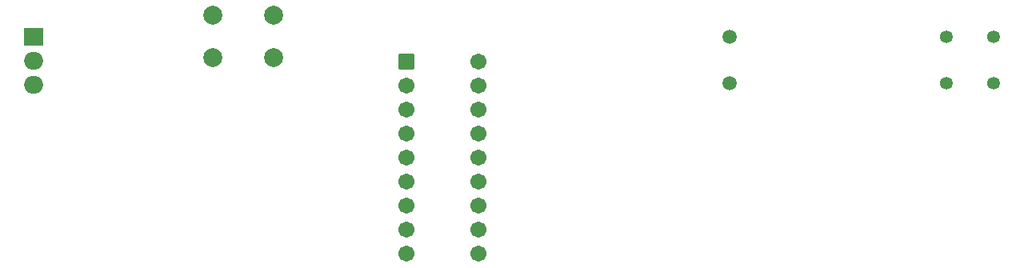
<source format=gbr>
%TF.GenerationSoftware,KiCad,Pcbnew,7.0.10*%
%TF.CreationDate,2024-11-22T18:49:45+05:30*%
%TF.ProjectId,test 3,74657374-2033-42e6-9b69-6361645f7063,rev?*%
%TF.SameCoordinates,Original*%
%TF.FileFunction,Soldermask,Bot*%
%TF.FilePolarity,Negative*%
%FSLAX46Y46*%
G04 Gerber Fmt 4.6, Leading zero omitted, Abs format (unit mm)*
G04 Created by KiCad (PCBNEW 7.0.10) date 2024-11-22 18:49:45*
%MOMM*%
%LPD*%
G01*
G04 APERTURE LIST*
G04 Aperture macros list*
%AMRoundRect*
0 Rectangle with rounded corners*
0 $1 Rounding radius*
0 $2 $3 $4 $5 $6 $7 $8 $9 X,Y pos of 4 corners*
0 Add a 4 corners polygon primitive as box body*
4,1,4,$2,$3,$4,$5,$6,$7,$8,$9,$2,$3,0*
0 Add four circle primitives for the rounded corners*
1,1,$1+$1,$2,$3*
1,1,$1+$1,$4,$5*
1,1,$1+$1,$6,$7*
1,1,$1+$1,$8,$9*
0 Add four rect primitives between the rounded corners*
20,1,$1+$1,$2,$3,$4,$5,0*
20,1,$1+$1,$4,$5,$6,$7,0*
20,1,$1+$1,$6,$7,$8,$9,0*
20,1,$1+$1,$8,$9,$2,$3,0*%
G04 Aperture macros list end*
%ADD10C,2.000000*%
%ADD11C,1.500000*%
%ADD12R,2.000000X1.905000*%
%ADD13O,2.000000X1.905000*%
%ADD14C,1.353200*%
%ADD15RoundRect,0.102000X-0.749300X-0.749300X0.749300X-0.749300X0.749300X0.749300X-0.749300X0.749300X0*%
%ADD16C,1.702600*%
G04 APERTURE END LIST*
D10*
%TO.C,SW1*%
X101600000Y-68290000D03*
X95100000Y-68290000D03*
X101600000Y-63790000D03*
X95100000Y-63790000D03*
%TD*%
D11*
%TO.C,Y1*%
X149860000Y-66040000D03*
X149860000Y-70920000D03*
%TD*%
D12*
%TO.C,U2*%
X76200000Y-66040000D03*
D13*
X76200000Y-68580000D03*
X76200000Y-71120000D03*
%TD*%
D14*
%TO.C,C2*%
X177760000Y-70920000D03*
X172760000Y-70920000D03*
%TD*%
D15*
%TO.C,U1*%
X115629300Y-68667400D03*
D16*
X115629300Y-71207400D03*
X115629300Y-73747400D03*
X115629300Y-76287400D03*
X115629300Y-78827400D03*
X115629300Y-81367400D03*
X115629300Y-83907400D03*
X115629300Y-86447400D03*
X115629300Y-88987400D03*
X123249300Y-88987400D03*
X123249300Y-86447400D03*
X123249300Y-83907400D03*
X123249300Y-81367400D03*
X123249300Y-78827400D03*
X123249300Y-76287400D03*
X123249300Y-73747400D03*
X123249300Y-71207400D03*
X123249300Y-68667400D03*
%TD*%
D14*
%TO.C,C1*%
X177760000Y-66040000D03*
X172760000Y-66040000D03*
%TD*%
M02*

</source>
